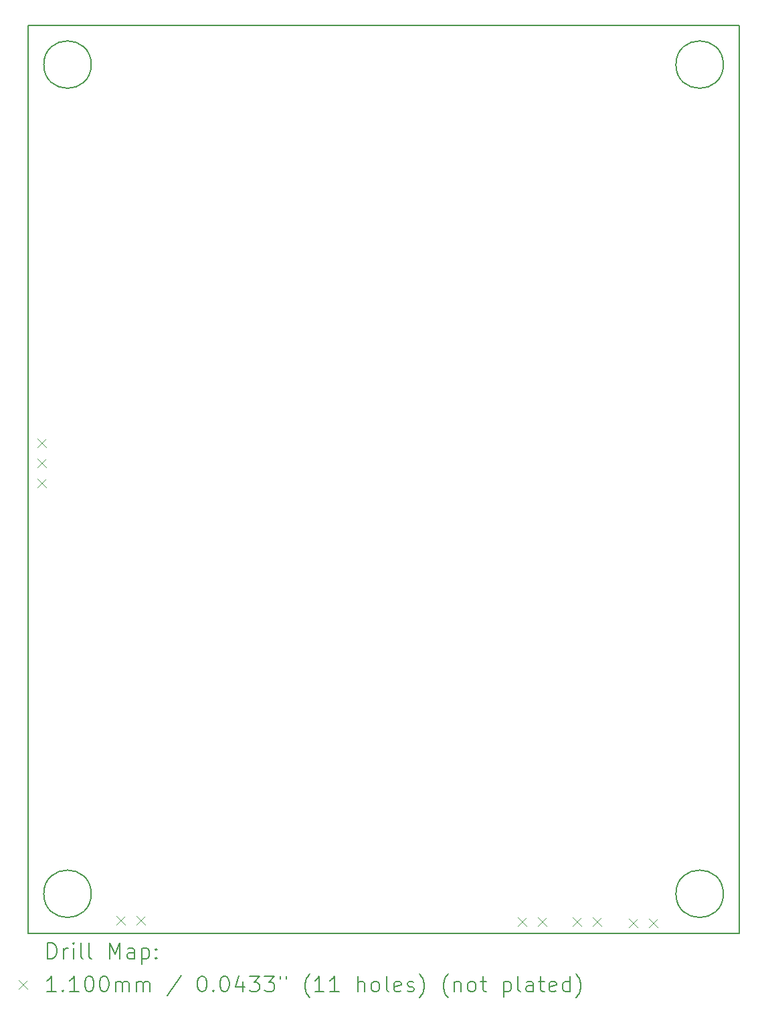
<source format=gbr>
%TF.GenerationSoftware,KiCad,Pcbnew,7.0.5*%
%TF.CreationDate,2023-07-13T15:54:34+01:00*%
%TF.ProjectId,PCB,5043422e-6b69-4636-9164-5f7063625858,rev?*%
%TF.SameCoordinates,Original*%
%TF.FileFunction,Drillmap*%
%TF.FilePolarity,Positive*%
%FSLAX45Y45*%
G04 Gerber Fmt 4.5, Leading zero omitted, Abs format (unit mm)*
G04 Created by KiCad (PCBNEW 7.0.5) date 2023-07-13 15:54:34*
%MOMM*%
%LPD*%
G01*
G04 APERTURE LIST*
%ADD10C,0.200000*%
%ADD11C,0.110000*%
G04 APERTURE END LIST*
D10*
X8415200Y-4502045D02*
G75*
G03*
X8415200Y-4502045I-300000J0D01*
G01*
X16415200Y-4502045D02*
G75*
G03*
X16415200Y-4502045I-300000J0D01*
G01*
X16615200Y-15502045D02*
X16615200Y-4002045D01*
X7615200Y-4002045D02*
X7615200Y-15502045D01*
X7615200Y-4002045D02*
X16615200Y-4002045D01*
X8415200Y-15002045D02*
G75*
G03*
X8415200Y-15002045I-300000J0D01*
G01*
X7615200Y-15502045D02*
X16615200Y-15502045D01*
X16415200Y-15002045D02*
G75*
G03*
X16415200Y-15002045I-300000J0D01*
G01*
D11*
X7732800Y-9237945D02*
X7842800Y-9347945D01*
X7842800Y-9237945D02*
X7732800Y-9347945D01*
X7732800Y-9491945D02*
X7842800Y-9601945D01*
X7842800Y-9491945D02*
X7732800Y-9601945D01*
X7732800Y-9745945D02*
X7842800Y-9855945D01*
X7842800Y-9745945D02*
X7732800Y-9855945D01*
X8737700Y-15281845D02*
X8847700Y-15391845D01*
X8847700Y-15281845D02*
X8737700Y-15391845D01*
X8991700Y-15281845D02*
X9101700Y-15391845D01*
X9101700Y-15281845D02*
X8991700Y-15391845D01*
X13813400Y-15304245D02*
X13923400Y-15414245D01*
X13923400Y-15304245D02*
X13813400Y-15414245D01*
X14067400Y-15304245D02*
X14177400Y-15414245D01*
X14177400Y-15304245D02*
X14067400Y-15414245D01*
X14511900Y-15304245D02*
X14621900Y-15414245D01*
X14621900Y-15304245D02*
X14511900Y-15414245D01*
X14765900Y-15304245D02*
X14875900Y-15414245D01*
X14875900Y-15304245D02*
X14765900Y-15414245D01*
X15223100Y-15316945D02*
X15333100Y-15426945D01*
X15333100Y-15316945D02*
X15223100Y-15426945D01*
X15477100Y-15316945D02*
X15587100Y-15426945D01*
X15587100Y-15316945D02*
X15477100Y-15426945D01*
D10*
X7865977Y-15823529D02*
X7865977Y-15623529D01*
X7865977Y-15623529D02*
X7913596Y-15623529D01*
X7913596Y-15623529D02*
X7942167Y-15633053D01*
X7942167Y-15633053D02*
X7961215Y-15652100D01*
X7961215Y-15652100D02*
X7970739Y-15671148D01*
X7970739Y-15671148D02*
X7980262Y-15709243D01*
X7980262Y-15709243D02*
X7980262Y-15737814D01*
X7980262Y-15737814D02*
X7970739Y-15775910D01*
X7970739Y-15775910D02*
X7961215Y-15794957D01*
X7961215Y-15794957D02*
X7942167Y-15814005D01*
X7942167Y-15814005D02*
X7913596Y-15823529D01*
X7913596Y-15823529D02*
X7865977Y-15823529D01*
X8065977Y-15823529D02*
X8065977Y-15690195D01*
X8065977Y-15728291D02*
X8075501Y-15709243D01*
X8075501Y-15709243D02*
X8085024Y-15699719D01*
X8085024Y-15699719D02*
X8104072Y-15690195D01*
X8104072Y-15690195D02*
X8123120Y-15690195D01*
X8189786Y-15823529D02*
X8189786Y-15690195D01*
X8189786Y-15623529D02*
X8180262Y-15633053D01*
X8180262Y-15633053D02*
X8189786Y-15642576D01*
X8189786Y-15642576D02*
X8199310Y-15633053D01*
X8199310Y-15633053D02*
X8189786Y-15623529D01*
X8189786Y-15623529D02*
X8189786Y-15642576D01*
X8313596Y-15823529D02*
X8294548Y-15814005D01*
X8294548Y-15814005D02*
X8285024Y-15794957D01*
X8285024Y-15794957D02*
X8285024Y-15623529D01*
X8418358Y-15823529D02*
X8399310Y-15814005D01*
X8399310Y-15814005D02*
X8389786Y-15794957D01*
X8389786Y-15794957D02*
X8389786Y-15623529D01*
X8646929Y-15823529D02*
X8646929Y-15623529D01*
X8646929Y-15623529D02*
X8713596Y-15766386D01*
X8713596Y-15766386D02*
X8780263Y-15623529D01*
X8780263Y-15623529D02*
X8780263Y-15823529D01*
X8961215Y-15823529D02*
X8961215Y-15718767D01*
X8961215Y-15718767D02*
X8951691Y-15699719D01*
X8951691Y-15699719D02*
X8932644Y-15690195D01*
X8932644Y-15690195D02*
X8894548Y-15690195D01*
X8894548Y-15690195D02*
X8875501Y-15699719D01*
X8961215Y-15814005D02*
X8942167Y-15823529D01*
X8942167Y-15823529D02*
X8894548Y-15823529D01*
X8894548Y-15823529D02*
X8875501Y-15814005D01*
X8875501Y-15814005D02*
X8865977Y-15794957D01*
X8865977Y-15794957D02*
X8865977Y-15775910D01*
X8865977Y-15775910D02*
X8875501Y-15756862D01*
X8875501Y-15756862D02*
X8894548Y-15747338D01*
X8894548Y-15747338D02*
X8942167Y-15747338D01*
X8942167Y-15747338D02*
X8961215Y-15737814D01*
X9056453Y-15690195D02*
X9056453Y-15890195D01*
X9056453Y-15699719D02*
X9075501Y-15690195D01*
X9075501Y-15690195D02*
X9113596Y-15690195D01*
X9113596Y-15690195D02*
X9132644Y-15699719D01*
X9132644Y-15699719D02*
X9142167Y-15709243D01*
X9142167Y-15709243D02*
X9151691Y-15728291D01*
X9151691Y-15728291D02*
X9151691Y-15785433D01*
X9151691Y-15785433D02*
X9142167Y-15804481D01*
X9142167Y-15804481D02*
X9132644Y-15814005D01*
X9132644Y-15814005D02*
X9113596Y-15823529D01*
X9113596Y-15823529D02*
X9075501Y-15823529D01*
X9075501Y-15823529D02*
X9056453Y-15814005D01*
X9237405Y-15804481D02*
X9246929Y-15814005D01*
X9246929Y-15814005D02*
X9237405Y-15823529D01*
X9237405Y-15823529D02*
X9227882Y-15814005D01*
X9227882Y-15814005D02*
X9237405Y-15804481D01*
X9237405Y-15804481D02*
X9237405Y-15823529D01*
X9237405Y-15699719D02*
X9246929Y-15709243D01*
X9246929Y-15709243D02*
X9237405Y-15718767D01*
X9237405Y-15718767D02*
X9227882Y-15709243D01*
X9227882Y-15709243D02*
X9237405Y-15699719D01*
X9237405Y-15699719D02*
X9237405Y-15718767D01*
D11*
X7495200Y-16097045D02*
X7605200Y-16207045D01*
X7605200Y-16097045D02*
X7495200Y-16207045D01*
D10*
X7970739Y-16243529D02*
X7856453Y-16243529D01*
X7913596Y-16243529D02*
X7913596Y-16043529D01*
X7913596Y-16043529D02*
X7894548Y-16072100D01*
X7894548Y-16072100D02*
X7875501Y-16091148D01*
X7875501Y-16091148D02*
X7856453Y-16100672D01*
X8056453Y-16224481D02*
X8065977Y-16234005D01*
X8065977Y-16234005D02*
X8056453Y-16243529D01*
X8056453Y-16243529D02*
X8046929Y-16234005D01*
X8046929Y-16234005D02*
X8056453Y-16224481D01*
X8056453Y-16224481D02*
X8056453Y-16243529D01*
X8256453Y-16243529D02*
X8142167Y-16243529D01*
X8199310Y-16243529D02*
X8199310Y-16043529D01*
X8199310Y-16043529D02*
X8180262Y-16072100D01*
X8180262Y-16072100D02*
X8161215Y-16091148D01*
X8161215Y-16091148D02*
X8142167Y-16100672D01*
X8380262Y-16043529D02*
X8399310Y-16043529D01*
X8399310Y-16043529D02*
X8418358Y-16053053D01*
X8418358Y-16053053D02*
X8427882Y-16062576D01*
X8427882Y-16062576D02*
X8437405Y-16081624D01*
X8437405Y-16081624D02*
X8446929Y-16119719D01*
X8446929Y-16119719D02*
X8446929Y-16167338D01*
X8446929Y-16167338D02*
X8437405Y-16205433D01*
X8437405Y-16205433D02*
X8427882Y-16224481D01*
X8427882Y-16224481D02*
X8418358Y-16234005D01*
X8418358Y-16234005D02*
X8399310Y-16243529D01*
X8399310Y-16243529D02*
X8380262Y-16243529D01*
X8380262Y-16243529D02*
X8361215Y-16234005D01*
X8361215Y-16234005D02*
X8351691Y-16224481D01*
X8351691Y-16224481D02*
X8342167Y-16205433D01*
X8342167Y-16205433D02*
X8332643Y-16167338D01*
X8332643Y-16167338D02*
X8332643Y-16119719D01*
X8332643Y-16119719D02*
X8342167Y-16081624D01*
X8342167Y-16081624D02*
X8351691Y-16062576D01*
X8351691Y-16062576D02*
X8361215Y-16053053D01*
X8361215Y-16053053D02*
X8380262Y-16043529D01*
X8570739Y-16043529D02*
X8589786Y-16043529D01*
X8589786Y-16043529D02*
X8608834Y-16053053D01*
X8608834Y-16053053D02*
X8618358Y-16062576D01*
X8618358Y-16062576D02*
X8627882Y-16081624D01*
X8627882Y-16081624D02*
X8637405Y-16119719D01*
X8637405Y-16119719D02*
X8637405Y-16167338D01*
X8637405Y-16167338D02*
X8627882Y-16205433D01*
X8627882Y-16205433D02*
X8618358Y-16224481D01*
X8618358Y-16224481D02*
X8608834Y-16234005D01*
X8608834Y-16234005D02*
X8589786Y-16243529D01*
X8589786Y-16243529D02*
X8570739Y-16243529D01*
X8570739Y-16243529D02*
X8551691Y-16234005D01*
X8551691Y-16234005D02*
X8542167Y-16224481D01*
X8542167Y-16224481D02*
X8532644Y-16205433D01*
X8532644Y-16205433D02*
X8523120Y-16167338D01*
X8523120Y-16167338D02*
X8523120Y-16119719D01*
X8523120Y-16119719D02*
X8532644Y-16081624D01*
X8532644Y-16081624D02*
X8542167Y-16062576D01*
X8542167Y-16062576D02*
X8551691Y-16053053D01*
X8551691Y-16053053D02*
X8570739Y-16043529D01*
X8723120Y-16243529D02*
X8723120Y-16110195D01*
X8723120Y-16129243D02*
X8732644Y-16119719D01*
X8732644Y-16119719D02*
X8751691Y-16110195D01*
X8751691Y-16110195D02*
X8780263Y-16110195D01*
X8780263Y-16110195D02*
X8799310Y-16119719D01*
X8799310Y-16119719D02*
X8808834Y-16138767D01*
X8808834Y-16138767D02*
X8808834Y-16243529D01*
X8808834Y-16138767D02*
X8818358Y-16119719D01*
X8818358Y-16119719D02*
X8837405Y-16110195D01*
X8837405Y-16110195D02*
X8865977Y-16110195D01*
X8865977Y-16110195D02*
X8885025Y-16119719D01*
X8885025Y-16119719D02*
X8894548Y-16138767D01*
X8894548Y-16138767D02*
X8894548Y-16243529D01*
X8989786Y-16243529D02*
X8989786Y-16110195D01*
X8989786Y-16129243D02*
X8999310Y-16119719D01*
X8999310Y-16119719D02*
X9018358Y-16110195D01*
X9018358Y-16110195D02*
X9046929Y-16110195D01*
X9046929Y-16110195D02*
X9065977Y-16119719D01*
X9065977Y-16119719D02*
X9075501Y-16138767D01*
X9075501Y-16138767D02*
X9075501Y-16243529D01*
X9075501Y-16138767D02*
X9085025Y-16119719D01*
X9085025Y-16119719D02*
X9104072Y-16110195D01*
X9104072Y-16110195D02*
X9132644Y-16110195D01*
X9132644Y-16110195D02*
X9151691Y-16119719D01*
X9151691Y-16119719D02*
X9161215Y-16138767D01*
X9161215Y-16138767D02*
X9161215Y-16243529D01*
X9551691Y-16034005D02*
X9380263Y-16291148D01*
X9808834Y-16043529D02*
X9827882Y-16043529D01*
X9827882Y-16043529D02*
X9846929Y-16053053D01*
X9846929Y-16053053D02*
X9856453Y-16062576D01*
X9856453Y-16062576D02*
X9865977Y-16081624D01*
X9865977Y-16081624D02*
X9875501Y-16119719D01*
X9875501Y-16119719D02*
X9875501Y-16167338D01*
X9875501Y-16167338D02*
X9865977Y-16205433D01*
X9865977Y-16205433D02*
X9856453Y-16224481D01*
X9856453Y-16224481D02*
X9846929Y-16234005D01*
X9846929Y-16234005D02*
X9827882Y-16243529D01*
X9827882Y-16243529D02*
X9808834Y-16243529D01*
X9808834Y-16243529D02*
X9789787Y-16234005D01*
X9789787Y-16234005D02*
X9780263Y-16224481D01*
X9780263Y-16224481D02*
X9770739Y-16205433D01*
X9770739Y-16205433D02*
X9761215Y-16167338D01*
X9761215Y-16167338D02*
X9761215Y-16119719D01*
X9761215Y-16119719D02*
X9770739Y-16081624D01*
X9770739Y-16081624D02*
X9780263Y-16062576D01*
X9780263Y-16062576D02*
X9789787Y-16053053D01*
X9789787Y-16053053D02*
X9808834Y-16043529D01*
X9961215Y-16224481D02*
X9970739Y-16234005D01*
X9970739Y-16234005D02*
X9961215Y-16243529D01*
X9961215Y-16243529D02*
X9951691Y-16234005D01*
X9951691Y-16234005D02*
X9961215Y-16224481D01*
X9961215Y-16224481D02*
X9961215Y-16243529D01*
X10094548Y-16043529D02*
X10113596Y-16043529D01*
X10113596Y-16043529D02*
X10132644Y-16053053D01*
X10132644Y-16053053D02*
X10142168Y-16062576D01*
X10142168Y-16062576D02*
X10151691Y-16081624D01*
X10151691Y-16081624D02*
X10161215Y-16119719D01*
X10161215Y-16119719D02*
X10161215Y-16167338D01*
X10161215Y-16167338D02*
X10151691Y-16205433D01*
X10151691Y-16205433D02*
X10142168Y-16224481D01*
X10142168Y-16224481D02*
X10132644Y-16234005D01*
X10132644Y-16234005D02*
X10113596Y-16243529D01*
X10113596Y-16243529D02*
X10094548Y-16243529D01*
X10094548Y-16243529D02*
X10075501Y-16234005D01*
X10075501Y-16234005D02*
X10065977Y-16224481D01*
X10065977Y-16224481D02*
X10056453Y-16205433D01*
X10056453Y-16205433D02*
X10046929Y-16167338D01*
X10046929Y-16167338D02*
X10046929Y-16119719D01*
X10046929Y-16119719D02*
X10056453Y-16081624D01*
X10056453Y-16081624D02*
X10065977Y-16062576D01*
X10065977Y-16062576D02*
X10075501Y-16053053D01*
X10075501Y-16053053D02*
X10094548Y-16043529D01*
X10332644Y-16110195D02*
X10332644Y-16243529D01*
X10285025Y-16034005D02*
X10237406Y-16176862D01*
X10237406Y-16176862D02*
X10361215Y-16176862D01*
X10418358Y-16043529D02*
X10542168Y-16043529D01*
X10542168Y-16043529D02*
X10475501Y-16119719D01*
X10475501Y-16119719D02*
X10504072Y-16119719D01*
X10504072Y-16119719D02*
X10523120Y-16129243D01*
X10523120Y-16129243D02*
X10532644Y-16138767D01*
X10532644Y-16138767D02*
X10542168Y-16157814D01*
X10542168Y-16157814D02*
X10542168Y-16205433D01*
X10542168Y-16205433D02*
X10532644Y-16224481D01*
X10532644Y-16224481D02*
X10523120Y-16234005D01*
X10523120Y-16234005D02*
X10504072Y-16243529D01*
X10504072Y-16243529D02*
X10446929Y-16243529D01*
X10446929Y-16243529D02*
X10427882Y-16234005D01*
X10427882Y-16234005D02*
X10418358Y-16224481D01*
X10608834Y-16043529D02*
X10732644Y-16043529D01*
X10732644Y-16043529D02*
X10665977Y-16119719D01*
X10665977Y-16119719D02*
X10694549Y-16119719D01*
X10694549Y-16119719D02*
X10713596Y-16129243D01*
X10713596Y-16129243D02*
X10723120Y-16138767D01*
X10723120Y-16138767D02*
X10732644Y-16157814D01*
X10732644Y-16157814D02*
X10732644Y-16205433D01*
X10732644Y-16205433D02*
X10723120Y-16224481D01*
X10723120Y-16224481D02*
X10713596Y-16234005D01*
X10713596Y-16234005D02*
X10694549Y-16243529D01*
X10694549Y-16243529D02*
X10637406Y-16243529D01*
X10637406Y-16243529D02*
X10618358Y-16234005D01*
X10618358Y-16234005D02*
X10608834Y-16224481D01*
X10808834Y-16043529D02*
X10808834Y-16081624D01*
X10885025Y-16043529D02*
X10885025Y-16081624D01*
X11180263Y-16319719D02*
X11170739Y-16310195D01*
X11170739Y-16310195D02*
X11151691Y-16281624D01*
X11151691Y-16281624D02*
X11142168Y-16262576D01*
X11142168Y-16262576D02*
X11132644Y-16234005D01*
X11132644Y-16234005D02*
X11123120Y-16186386D01*
X11123120Y-16186386D02*
X11123120Y-16148291D01*
X11123120Y-16148291D02*
X11132644Y-16100672D01*
X11132644Y-16100672D02*
X11142168Y-16072100D01*
X11142168Y-16072100D02*
X11151691Y-16053053D01*
X11151691Y-16053053D02*
X11170739Y-16024481D01*
X11170739Y-16024481D02*
X11180263Y-16014957D01*
X11361215Y-16243529D02*
X11246929Y-16243529D01*
X11304072Y-16243529D02*
X11304072Y-16043529D01*
X11304072Y-16043529D02*
X11285025Y-16072100D01*
X11285025Y-16072100D02*
X11265977Y-16091148D01*
X11265977Y-16091148D02*
X11246929Y-16100672D01*
X11551691Y-16243529D02*
X11437406Y-16243529D01*
X11494548Y-16243529D02*
X11494548Y-16043529D01*
X11494548Y-16043529D02*
X11475501Y-16072100D01*
X11475501Y-16072100D02*
X11456453Y-16091148D01*
X11456453Y-16091148D02*
X11437406Y-16100672D01*
X11789787Y-16243529D02*
X11789787Y-16043529D01*
X11875501Y-16243529D02*
X11875501Y-16138767D01*
X11875501Y-16138767D02*
X11865977Y-16119719D01*
X11865977Y-16119719D02*
X11846930Y-16110195D01*
X11846930Y-16110195D02*
X11818358Y-16110195D01*
X11818358Y-16110195D02*
X11799310Y-16119719D01*
X11799310Y-16119719D02*
X11789787Y-16129243D01*
X11999310Y-16243529D02*
X11980263Y-16234005D01*
X11980263Y-16234005D02*
X11970739Y-16224481D01*
X11970739Y-16224481D02*
X11961215Y-16205433D01*
X11961215Y-16205433D02*
X11961215Y-16148291D01*
X11961215Y-16148291D02*
X11970739Y-16129243D01*
X11970739Y-16129243D02*
X11980263Y-16119719D01*
X11980263Y-16119719D02*
X11999310Y-16110195D01*
X11999310Y-16110195D02*
X12027882Y-16110195D01*
X12027882Y-16110195D02*
X12046930Y-16119719D01*
X12046930Y-16119719D02*
X12056453Y-16129243D01*
X12056453Y-16129243D02*
X12065977Y-16148291D01*
X12065977Y-16148291D02*
X12065977Y-16205433D01*
X12065977Y-16205433D02*
X12056453Y-16224481D01*
X12056453Y-16224481D02*
X12046930Y-16234005D01*
X12046930Y-16234005D02*
X12027882Y-16243529D01*
X12027882Y-16243529D02*
X11999310Y-16243529D01*
X12180263Y-16243529D02*
X12161215Y-16234005D01*
X12161215Y-16234005D02*
X12151691Y-16214957D01*
X12151691Y-16214957D02*
X12151691Y-16043529D01*
X12332644Y-16234005D02*
X12313596Y-16243529D01*
X12313596Y-16243529D02*
X12275501Y-16243529D01*
X12275501Y-16243529D02*
X12256453Y-16234005D01*
X12256453Y-16234005D02*
X12246930Y-16214957D01*
X12246930Y-16214957D02*
X12246930Y-16138767D01*
X12246930Y-16138767D02*
X12256453Y-16119719D01*
X12256453Y-16119719D02*
X12275501Y-16110195D01*
X12275501Y-16110195D02*
X12313596Y-16110195D01*
X12313596Y-16110195D02*
X12332644Y-16119719D01*
X12332644Y-16119719D02*
X12342168Y-16138767D01*
X12342168Y-16138767D02*
X12342168Y-16157814D01*
X12342168Y-16157814D02*
X12246930Y-16176862D01*
X12418358Y-16234005D02*
X12437406Y-16243529D01*
X12437406Y-16243529D02*
X12475501Y-16243529D01*
X12475501Y-16243529D02*
X12494549Y-16234005D01*
X12494549Y-16234005D02*
X12504072Y-16214957D01*
X12504072Y-16214957D02*
X12504072Y-16205433D01*
X12504072Y-16205433D02*
X12494549Y-16186386D01*
X12494549Y-16186386D02*
X12475501Y-16176862D01*
X12475501Y-16176862D02*
X12446930Y-16176862D01*
X12446930Y-16176862D02*
X12427882Y-16167338D01*
X12427882Y-16167338D02*
X12418358Y-16148291D01*
X12418358Y-16148291D02*
X12418358Y-16138767D01*
X12418358Y-16138767D02*
X12427882Y-16119719D01*
X12427882Y-16119719D02*
X12446930Y-16110195D01*
X12446930Y-16110195D02*
X12475501Y-16110195D01*
X12475501Y-16110195D02*
X12494549Y-16119719D01*
X12570739Y-16319719D02*
X12580263Y-16310195D01*
X12580263Y-16310195D02*
X12599311Y-16281624D01*
X12599311Y-16281624D02*
X12608834Y-16262576D01*
X12608834Y-16262576D02*
X12618358Y-16234005D01*
X12618358Y-16234005D02*
X12627882Y-16186386D01*
X12627882Y-16186386D02*
X12627882Y-16148291D01*
X12627882Y-16148291D02*
X12618358Y-16100672D01*
X12618358Y-16100672D02*
X12608834Y-16072100D01*
X12608834Y-16072100D02*
X12599311Y-16053053D01*
X12599311Y-16053053D02*
X12580263Y-16024481D01*
X12580263Y-16024481D02*
X12570739Y-16014957D01*
X12932644Y-16319719D02*
X12923120Y-16310195D01*
X12923120Y-16310195D02*
X12904072Y-16281624D01*
X12904072Y-16281624D02*
X12894549Y-16262576D01*
X12894549Y-16262576D02*
X12885025Y-16234005D01*
X12885025Y-16234005D02*
X12875501Y-16186386D01*
X12875501Y-16186386D02*
X12875501Y-16148291D01*
X12875501Y-16148291D02*
X12885025Y-16100672D01*
X12885025Y-16100672D02*
X12894549Y-16072100D01*
X12894549Y-16072100D02*
X12904072Y-16053053D01*
X12904072Y-16053053D02*
X12923120Y-16024481D01*
X12923120Y-16024481D02*
X12932644Y-16014957D01*
X13008834Y-16110195D02*
X13008834Y-16243529D01*
X13008834Y-16129243D02*
X13018358Y-16119719D01*
X13018358Y-16119719D02*
X13037406Y-16110195D01*
X13037406Y-16110195D02*
X13065977Y-16110195D01*
X13065977Y-16110195D02*
X13085025Y-16119719D01*
X13085025Y-16119719D02*
X13094549Y-16138767D01*
X13094549Y-16138767D02*
X13094549Y-16243529D01*
X13218358Y-16243529D02*
X13199311Y-16234005D01*
X13199311Y-16234005D02*
X13189787Y-16224481D01*
X13189787Y-16224481D02*
X13180263Y-16205433D01*
X13180263Y-16205433D02*
X13180263Y-16148291D01*
X13180263Y-16148291D02*
X13189787Y-16129243D01*
X13189787Y-16129243D02*
X13199311Y-16119719D01*
X13199311Y-16119719D02*
X13218358Y-16110195D01*
X13218358Y-16110195D02*
X13246930Y-16110195D01*
X13246930Y-16110195D02*
X13265977Y-16119719D01*
X13265977Y-16119719D02*
X13275501Y-16129243D01*
X13275501Y-16129243D02*
X13285025Y-16148291D01*
X13285025Y-16148291D02*
X13285025Y-16205433D01*
X13285025Y-16205433D02*
X13275501Y-16224481D01*
X13275501Y-16224481D02*
X13265977Y-16234005D01*
X13265977Y-16234005D02*
X13246930Y-16243529D01*
X13246930Y-16243529D02*
X13218358Y-16243529D01*
X13342168Y-16110195D02*
X13418358Y-16110195D01*
X13370739Y-16043529D02*
X13370739Y-16214957D01*
X13370739Y-16214957D02*
X13380263Y-16234005D01*
X13380263Y-16234005D02*
X13399311Y-16243529D01*
X13399311Y-16243529D02*
X13418358Y-16243529D01*
X13637406Y-16110195D02*
X13637406Y-16310195D01*
X13637406Y-16119719D02*
X13656453Y-16110195D01*
X13656453Y-16110195D02*
X13694549Y-16110195D01*
X13694549Y-16110195D02*
X13713596Y-16119719D01*
X13713596Y-16119719D02*
X13723120Y-16129243D01*
X13723120Y-16129243D02*
X13732644Y-16148291D01*
X13732644Y-16148291D02*
X13732644Y-16205433D01*
X13732644Y-16205433D02*
X13723120Y-16224481D01*
X13723120Y-16224481D02*
X13713596Y-16234005D01*
X13713596Y-16234005D02*
X13694549Y-16243529D01*
X13694549Y-16243529D02*
X13656453Y-16243529D01*
X13656453Y-16243529D02*
X13637406Y-16234005D01*
X13846930Y-16243529D02*
X13827882Y-16234005D01*
X13827882Y-16234005D02*
X13818358Y-16214957D01*
X13818358Y-16214957D02*
X13818358Y-16043529D01*
X14008834Y-16243529D02*
X14008834Y-16138767D01*
X14008834Y-16138767D02*
X13999311Y-16119719D01*
X13999311Y-16119719D02*
X13980263Y-16110195D01*
X13980263Y-16110195D02*
X13942168Y-16110195D01*
X13942168Y-16110195D02*
X13923120Y-16119719D01*
X14008834Y-16234005D02*
X13989787Y-16243529D01*
X13989787Y-16243529D02*
X13942168Y-16243529D01*
X13942168Y-16243529D02*
X13923120Y-16234005D01*
X13923120Y-16234005D02*
X13913596Y-16214957D01*
X13913596Y-16214957D02*
X13913596Y-16195910D01*
X13913596Y-16195910D02*
X13923120Y-16176862D01*
X13923120Y-16176862D02*
X13942168Y-16167338D01*
X13942168Y-16167338D02*
X13989787Y-16167338D01*
X13989787Y-16167338D02*
X14008834Y-16157814D01*
X14075501Y-16110195D02*
X14151692Y-16110195D01*
X14104073Y-16043529D02*
X14104073Y-16214957D01*
X14104073Y-16214957D02*
X14113596Y-16234005D01*
X14113596Y-16234005D02*
X14132644Y-16243529D01*
X14132644Y-16243529D02*
X14151692Y-16243529D01*
X14294549Y-16234005D02*
X14275501Y-16243529D01*
X14275501Y-16243529D02*
X14237406Y-16243529D01*
X14237406Y-16243529D02*
X14218358Y-16234005D01*
X14218358Y-16234005D02*
X14208834Y-16214957D01*
X14208834Y-16214957D02*
X14208834Y-16138767D01*
X14208834Y-16138767D02*
X14218358Y-16119719D01*
X14218358Y-16119719D02*
X14237406Y-16110195D01*
X14237406Y-16110195D02*
X14275501Y-16110195D01*
X14275501Y-16110195D02*
X14294549Y-16119719D01*
X14294549Y-16119719D02*
X14304073Y-16138767D01*
X14304073Y-16138767D02*
X14304073Y-16157814D01*
X14304073Y-16157814D02*
X14208834Y-16176862D01*
X14475501Y-16243529D02*
X14475501Y-16043529D01*
X14475501Y-16234005D02*
X14456454Y-16243529D01*
X14456454Y-16243529D02*
X14418358Y-16243529D01*
X14418358Y-16243529D02*
X14399311Y-16234005D01*
X14399311Y-16234005D02*
X14389787Y-16224481D01*
X14389787Y-16224481D02*
X14380263Y-16205433D01*
X14380263Y-16205433D02*
X14380263Y-16148291D01*
X14380263Y-16148291D02*
X14389787Y-16129243D01*
X14389787Y-16129243D02*
X14399311Y-16119719D01*
X14399311Y-16119719D02*
X14418358Y-16110195D01*
X14418358Y-16110195D02*
X14456454Y-16110195D01*
X14456454Y-16110195D02*
X14475501Y-16119719D01*
X14551692Y-16319719D02*
X14561215Y-16310195D01*
X14561215Y-16310195D02*
X14580263Y-16281624D01*
X14580263Y-16281624D02*
X14589787Y-16262576D01*
X14589787Y-16262576D02*
X14599311Y-16234005D01*
X14599311Y-16234005D02*
X14608834Y-16186386D01*
X14608834Y-16186386D02*
X14608834Y-16148291D01*
X14608834Y-16148291D02*
X14599311Y-16100672D01*
X14599311Y-16100672D02*
X14589787Y-16072100D01*
X14589787Y-16072100D02*
X14580263Y-16053053D01*
X14580263Y-16053053D02*
X14561215Y-16024481D01*
X14561215Y-16024481D02*
X14551692Y-16014957D01*
M02*

</source>
